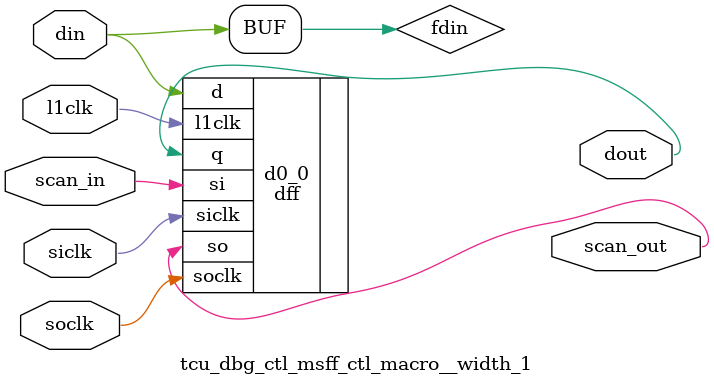
<source format=v>
module tcu_dbg_ctl (
  scan_in, 
  tcu_int_se, 
  tcu_int_aclk, 
  tcu_int_bclk, 
  tcu_int_ce, 
  tcu_pce_ov, 
  l2clk, 
  scan_out, 
  cmp_io_sync_en_local, 
  io_cmp_sync_en_local, 
  cmp_io2x_sync_en_local, 
  spc_hstop_req, 
  spc_sstop_req, 
  spc_tp, 
  reset_event, 
  spc_crstat, 
  spc_crs, 
  spc_ss_comp, 
  doss_stat, 
  tcu_ss_request, 
  ssreq_upd_sync, 
  tcu_ss_mode, 
  tcu_do_mode, 
  dbg1_tcu_soc_hard_stop, 
  dbg1_tcu_soc_asrt_trigout, 
  trigout_pulse, 
  mio_tcu_trigin, 
  cycle_stretch, 
  mbist_clk_stop_req, 
  mbist_clk_stop, 
  jtag_clock_start, 
  jtscan_off, 
  cyc_count, 
  cyc_count_upd_sync, 
  tcudcr_data, 
  tcudcr_upd_sync, 
  decnt_data, 
  decnt_upd_sync, 
  core_sel, 
  core_sel_upd_sync, 
  spc_doss_enab, 
  doss_mode, 
  doss_enab, 
  csmode, 
  csmode_upd_sync, 
  cs_mode, 
  cs_mode_active, 
  jtagclkstop_ov, 
  de_count, 
  cycle_count, 
  tcu_dcr, 
  debug_cycle_counter_stop, 
  clock_domain_data, 
  dbg_upd_clock_domain, 
  tcu_dcr_en, 
  spc_ss_mode, 
  spc_ss_sel, 
  dbg_creg_access, 
  dbg_creg_addr, 
  dbg_creg_data, 
  dbg_creg_wr_en, 
  dbg_creg_addr_en, 
  dbg_creg_data_en, 
  ucb_csr_wr_sync, 
  ucb_csr_addr, 
  ucb_data_out);
wire l1en;
wire pce_ov;
wire stop;
wire se;
wire siclk;
wire soclk;
wire l1clk;
wire ucb_sel_cycle_count;
wire ucb_sel_dcr;
wire ucb_sel_trigout;
wire ucb_sel_dec;
wire ucb_wr_cycle_count;
wire ucb_wr_dcr;
wire ucb_wr_trigout;
wire ucb_wr_dec;
wire dbg_cyccnt_reg_scanin;
wire dbg_cyccnt_reg_scanout;
wire [63:0] next_cycle_count;
wire cycle_count_dec;
wire xxxrst_count_dec;
wire cycxxx_count_dec;
wire [63:0] cycxxx_count;
wire cycle_count_begin;
wire de_count_stop;
wire dbg_evnt_hld;
wire do_mode_active;
wire cycle_count_stop;
wire cycrst_count_beg;
wire reset_count_stop;
wire dbg_tcudcr_reg_scanin;
wire dbg_tcudcr_reg_scanout;
wire [3:0] next_tcu_dcr;
wire sstop_all_spcs;
wire dbg_decnt_reg_scanin;
wire dbg_decnt_reg_scanout;
wire [31:0] next_de_count;
wire de_count_dec;
wire de_count_begin;
wire dbg_event_active;
wire soc_hs_active;
wire soc_hard_stop;
wire trigin_sync;
wire spc_hs_active;
wire spc_ss_active;
wire spc_tp_active;
wire dbg1_tcu_soc_asrt_trigout_sync;
wire dbg_eventhold_reg_scanin;
wire dbg_eventhold_reg_scanout;
wire evnt_hld_en;
wire [3:0] dbg_event;
wire [3:0] dbg_event_hold;
wire jtag_clock_start_sync;
wire soc_hs_hold;
wire spc_tp_hold;
wire spc_hs_hold;
wire spc_ss_hold;
wire dbg_sshold_reg_scanin;
wire dbg_sshold_reg_scanout;
wire ss_evnt_hld_en;
wire [7:0] spc_sstop_din;
wire [7:0] ss_hold;
wire ss_hold_active;
wire [7:0] spc_sstop_qual;
wire [7:0] spc_clk_dom;
wire cntrs_stopped;
wire crstat_ss_vld;
wire tcu_dcr_one;
wire tcu_dcr_three;
wire tcu_dcr_two;
wire rst_evnt_trigger;
wire rst_evnt_trigger_2nd;
wire dbg_trigout_reg_scanin;
wire dbg_trigout_reg_scanout;
wire trigout;
wire trigout_q;
wire trigout2;
wire trigout2_q;
wire trigout_qq;
wire trigout2_qq;
wire [63:0] core_run;
wire [63:0] do_core_run;
wire dbg_creg_access_din;
wire dbg_creg_ad_enab;
wire dbg_creg_wr_enab;
wire dbg_cregreq_reg_scanin;
wire dbg_cregreq_reg_scanout;
wire dbg_creg_ad_enab_q;
wire dbg_creg_wr_enab_q;
wire dbg_cregreqb_reg_scanin;
wire dbg_cregreqb_reg_scanout;
wire dbg_creg_ad_enab_qq;
wire dbg_creg_wr_enab_qq;
wire dbg_creg_access_reg_scanin;
wire dbg_creg_access_reg_scanout;
wire [63:0] do_park;
wire [7:0] spc_dolap_enab;
wire [63:0] do_unpark;
wire ss_mode_active;
wire [7:0] spc_sstep_enab;
wire [7:0] singstep_mode;
wire dbg_ssupd_reg_scanin;
wire dbg_ssupd_reg_scanout;
wire ss_request;
wire ss_request_pulse;
wire [7:0] singstep_request;
wire dbg_ssmode_reg_scanin;
wire dbg_ssmode_reg_scanout;
wire dbg_ssreq_reg_scanin;
wire dbg_ssreq_reg_scanout;
wire [7:0] disbolap_mode;
wire dbg_domode_reg_scanin;
wire dbg_domode_reg_scanout;
wire dbg_cstep_reg_scanin;
wire dbg_cstep_reg_scanout;
wire next_cs_mode;
wire dbg_sochs_sync_reg_scanin;
wire dbg_sochs_sync_reg_scanout;
wire sochs_en;
wire dbg_trigreq_sync_reg_scanin;
wire dbg_trigreq_sync_reg_scanout;
wire trigreq_en;
wire dbg_trigin_sync_reg_scanin;
wire dbg_trigin_sync_reg_scanout;
wire mio_tcu_trigin_mission;
wire dbg_clkst_sync_reg_scanin;
wire dbg_clkst_sync_reg_scanout;

    
   // Scan Control
   input 	 scan_in;
   input         tcu_int_se;
   input         tcu_int_aclk;
   input 	 tcu_int_bclk;
   input         tcu_int_ce;
   input         tcu_pce_ov;
   input 	 l2clk;
   output 	 scan_out;
   // Synchronizer
   input 	 cmp_io_sync_en_local;
   input 	 io_cmp_sync_en_local;
   input         cmp_io2x_sync_en_local;

   // Debug Event Requests from SPC Cores
   input [7:0]	 spc_hstop_req;
   input [7:0] 	 spc_sstop_req;
   input [7:0] 	 spc_tp;
   // End of POR as a Debug Event Request
   input         reset_event;

   // Core_running Status
   input [7:0] 	 spc_crstat;
   input [63:0]  spc_crs;
   input [7:0] 	 spc_ss_comp; // single-step complete

   // Disable Overlap & Single-Step
   output [7:0]	 doss_stat;      // to jtag
   output [7:0]  tcu_ss_request;
   input 	 ssreq_upd_sync; // from jtag
   output [7:0]  tcu_ss_mode;    // single-step
   output [7:0]  tcu_do_mode;    // Disable Overlap
   
   // Hard Stop from SOC
   input 	 dbg1_tcu_soc_hard_stop;
   
   // Watchpoint Trigger
   input 	 dbg1_tcu_soc_asrt_trigout;
   output 	 trigout_pulse;  // to TRIGOUT package pin

   // Trigger Input from Pin
   input         mio_tcu_trigin;

   // Cycle stretch
   output        cycle_stretch;

   // MBIST Clock Stop
   input         mbist_clk_stop_req;
   output        mbist_clk_stop;

   // From JTAG
   input 	 jtag_clock_start;
   
   input         jtscan_off;
   input [63:0]  cyc_count;
   input 	 cyc_count_upd_sync;
   input [3:0] 	 tcudcr_data;
   input 	 tcudcr_upd_sync;
   input [31:0]  decnt_data;
   input 	 decnt_upd_sync;
   input [7:0] 	 core_sel;
   input 	 core_sel_upd_sync;
   
   input [7:0] 	 spc_doss_enab;
   input [1:0] 	 doss_mode;
   input [63:0]  doss_enab;

   input 	 csmode;
   input 	 csmode_upd_sync;
   output 	 cs_mode;
   output 	 cs_mode_active;
   output        jtagclkstop_ov;

   // To JTAG
   output [31:0] de_count;
   output [63:0] cycle_count;
   output [3:0]  tcu_dcr;

   // To Clock Sequencer
   output 	 debug_cycle_counter_stop;
   output [23:0] clock_domain_data;
   output        dbg_upd_clock_domain;
   output 	 tcu_dcr_en; // bit[2]
   output 	 spc_ss_mode; // soft-stop
   output [7:0]  spc_ss_sel;

   // To UCB Control
   output 	 dbg_creg_access;  
   output [39:0] dbg_creg_addr;    
   output [63:0] dbg_creg_data;    
   output 	 dbg_creg_wr_en;   
   output 	 dbg_creg_addr_en; 
   output 	 dbg_creg_data_en;

	// CSR (mbist_ctl)
   input         ucb_csr_wr_sync;
   input [5:0]   ucb_csr_addr;
   input [63:0]  ucb_data_out;

   // Scan reassigns
   assign 	 l1en   = tcu_int_ce; // 1'b1; 
   assign 	 pce_ov = tcu_pce_ov; // 1'b1; 
   assign 	 stop   = 1'b0;
   assign 	 se     = tcu_int_se;
   assign 	 siclk  = tcu_int_aclk;
   assign 	 soclk  = tcu_int_bclk;   
   // clock header
   tcu_dbg_ctl_l1clkhdr_ctl_macro dbgctl_clkgen 
     (
      .l2clk  (l2clk   ),
      .l1clk  (l1clk   ),
  .l1en(l1en),
  .pce_ov(pce_ov),
  .stop(stop),
  .se(se)
      );

   assign ucb_sel_cycle_count = (ucb_csr_addr == 6'h20);
   assign ucb_sel_dcr         = (ucb_csr_addr == 6'h21);
   assign ucb_sel_trigout     = (ucb_csr_addr == 6'h22);
   assign ucb_sel_dec         = (ucb_csr_addr == 6'h23);

   assign ucb_wr_cycle_count = ucb_csr_wr_sync && ucb_sel_cycle_count;
   assign ucb_wr_dcr         = ucb_csr_wr_sync && ucb_sel_dcr;
   assign ucb_wr_trigout     = ucb_csr_wr_sync && ucb_sel_trigout;
   assign ucb_wr_dec         = ucb_csr_wr_sync && ucb_sel_dec;

   //// Synchronizer Pulse from cluster header
   //   msff_ctl_macro dbg_cmpiosync_reg (width=3)
   //( 
   //  .scan_in(dbg_cmpiosync_reg_scanin),
   //  .scan_out(dbg_cmpiosync_reg_scanout),
   //  .l1clk    (l1clk),
   //  .din      ({cmp_io_sync_en,       io_cmp_sync_en,       cmp_io2x_sync_en}), 
   //  .dout     ({cmp_io_sync_en_local, io_cmp_sync_en_local, cmp_io2x_sync_en_local})
   //  );
   
   //********************************************************************
   // Cycle Counter
   //********************************************************************
   // 64-bit for non-reset event; tcu_dcr[2]==1 ==> 2 32-bit counters
   //  where upper word is cycle counter, lower word is reset counter
   // When tcu_dcr[2]==0, cycle counter waits until debug events counter
   //  reaches zero
   
   tcu_dbg_ctl_msff_ctl_macro__width_64 dbg_cyccnt_reg 
   ( 
     .scan_in(dbg_cyccnt_reg_scanin),
     .scan_out(dbg_cyccnt_reg_scanout),
     .l1clk    (l1clk),
     .din      (next_cycle_count[63:0]), 
     .dout     (cycle_count[63:0]),
  .siclk(siclk),
  .soclk(soclk)
     );
   assign   next_cycle_count[63:0] =  cycle_count_dec    ? (cycle_count[63:0] - 64'b1)
                                   :  xxxrst_count_dec   ? (cycle_count[63:0] - 64'b1)
                                   :  cycxxx_count_dec   ?  cycxxx_count[63:0]
                                   :  cyc_count_upd_sync ?  cyc_count[63:0]
                                   :  ucb_wr_cycle_count ?  ucb_data_out[63:0]
                                   :  cycle_count[63:0];

   assign   cycle_count_begin = ~tcu_dcr_en        
                              & ((de_count_stop    &  dbg_evnt_hld)   | do_mode_active | cs_mode 
                                                                      | mbist_clk_stop_req);
   assign   cycle_count_dec   =  cycle_count_begin & ~cycle_count_stop;
   assign   cycle_count_stop  = (cycle_count[63:0] == 64'b0);

   assign   cycrst_count_beg  =  tcu_dcr_en        &  reset_event;
   assign   xxxrst_count_dec  =  cycrst_count_beg  & ~reset_count_stop;
   assign   cycxxx_count_dec  =  cycrst_count_beg  &  reset_count_stop & ~cycle_count_stop;
   assign   reset_count_stop  = (cycle_count[31:0] == 32'b0);

   assign   cycxxx_count[63:0] = (cycle_count[63:0] - 64'b1) & 64'hFFFFFFFF00000000;
   //assign   cc_gt_f            = |cycle_count[63:4];

   //********************************************************************
   // TCU DCR: Debug event Control Register
   //********************************************************************
   // 4 bits; [2] makes Cycle Counter operate as Cycle[63:32]/Reset[31:0]
   // Counter and enables End-of-POR-Sequence as a debug event
   // bit[3] enables all spc's to be softstopped if any requests a sstop
   
   tcu_dbg_ctl_msff_ctl_macro__width_4 dbg_tcudcr_reg 
   ( 
     .scan_in(dbg_tcudcr_reg_scanin),
     .scan_out(dbg_tcudcr_reg_scanout),
     .l1clk    (l1clk),
     .din      (next_tcu_dcr[3:0]), 
     .dout     (tcu_dcr[3:0]),
  .siclk(siclk),
  .soclk(soclk)
     );
   assign   next_tcu_dcr[3:0] = tcudcr_upd_sync ? tcudcr_data[3:0]
                              : ucb_wr_dcr      ? ucb_data_out[3:0]
                              : tcu_dcr[3:0];

   assign   tcu_dcr_en     = tcu_dcr[2];
   assign   sstop_all_spcs = tcu_dcr[3] & ~tcu_dcr[2];
   
   //********************************************************************
   // Debug Events Counter
   //********************************************************************
   // Counts Debug Events: decrements until zero
   // enabled if tcu_dcr[2]=0
   
   tcu_dbg_ctl_msff_ctl_macro__width_32 dbg_decnt_reg 
   ( 
     .scan_in(dbg_decnt_reg_scanin),
     .scan_out(dbg_decnt_reg_scanout),
     .l1clk    (l1clk),
     .din      (next_de_count[31:0]), 
     .dout     (de_count[31:0]),
  .siclk(siclk),
  .soclk(soclk)
     );
   assign   next_de_count[31:0] =  de_count_dec ? (de_count[31:0] - 32'b1)
                                :  decnt_upd_sync ? decnt_data[31:0]
                                :  ucb_wr_dec ? ucb_data_out[31:0]
                                :  de_count[31:0];
   
   // counter stops after reaching 0
   assign   de_count_dec   =  (de_count_begin & dbg_event_active) 
            	           & ~(de_count_stop);

   assign   de_count_begin = ~tcu_dcr_en;
   assign   de_count_stop  = (de_count[31:0] == 32'b0)  |  tcu_dcr_en;
   
   //********************************************************************
   // Detect Edge of Any Debug Request and Hold the Request (from spc/soc)
   //********************************************************************
   // Only after all debug events have been counted per de_counter
   assign   soc_hs_active            =  soc_hard_stop      |  trigin_sync;
   assign   spc_hs_active            = |spc_hstop_req[7:0];
   assign   spc_ss_active            = |spc_sstop_req[7:0];
   assign   spc_tp_active            = |spc_tp[7:0] | dbg1_tcu_soc_asrt_trigout_sync;

   tcu_dbg_ctl_msff_ctl_macro__en_1__width_4 dbg_eventhold_reg 
   ( 
     .scan_in(dbg_eventhold_reg_scanin),
     .scan_out(dbg_eventhold_reg_scanout),
     .l1clk    (l1clk),
     .en       (evnt_hld_en),
     .din      (dbg_event[3:0]), 
     .dout     (dbg_event_hold[3:0]),
  .siclk(siclk),
  .soclk(soclk)
     );
   assign   dbg_event[3:0]   = {soc_hs_active,spc_tp_active,spc_hs_active,spc_ss_active};
   assign   dbg_evnt_hld     = |dbg_event_hold[3:0];
   assign   evnt_hld_en      = (de_count_stop & ~dbg_evnt_hld) | jtag_clock_start_sync;

   assign   soc_hs_hold      =  dbg_event_hold[3];
   assign   spc_tp_hold      =  dbg_event_hold[2];
   assign   spc_hs_hold      =  dbg_event_hold[1];
   assign   spc_ss_hold      =  dbg_event_hold[0];
   assign   dbg_event_active = |dbg_event[3:0];

   //********************************************************************
   // Detect Edge of Soft Stop Debug Request and Hold It 
   //********************************************************************
   // This doubles as core select reg for JTAG

   tcu_dbg_ctl_msff_ctl_macro__en_1__width_8 dbg_sshold_reg 
   ( 
     .scan_in(dbg_sshold_reg_scanin),
     .scan_out(dbg_sshold_reg_scanout),
     .l1clk    (l1clk),
     .en       (ss_evnt_hld_en),
     .din      (spc_sstop_din[7:0]), 
     .dout     (ss_hold[7:0]),
  .siclk(siclk),
  .soclk(soclk)
     );
   assign   ss_hold_active     = ~(|ss_hold[7:0]) & de_count_stop;
   assign   ss_evnt_hld_en     = (ss_hold_active | core_sel_upd_sync) | jtag_clock_start_sync;
   assign   spc_sstop_qual[7:0]= {8{sstop_all_spcs & spc_ss_active}}  |  spc_sstop_req[7:0];
   assign   spc_sstop_din[7:0] =  core_sel_upd_sync ? core_sel[7:0] : spc_sstop_qual[7:0]; 
 //assign   spc_sstop_din[7:0] =  core_sel_upd_sync ? core_sel[7:0] : spc_sstop_req[7:0]; 
   
   //********************************************************************
   // Interface to Clock Sequencer
   //********************************************************************

   // Soft Stop - only stop clocks to target SPC cores
   // Start with SPC0 
   assign   spc_ss_mode              =  spc_ss_hold;
   assign   spc_ss_sel[7:0]          =  ss_hold[7:0];

   // Hard Stop - stop all clocks, start with target SPC core or SOC0
   assign   clock_domain_data[23:8]  =  soc_hs_active ? 16'b1  :  16'b0;
   assign   spc_clk_dom[7:0]         =  spc_hs_active ? spc_hstop_req[7:0]
                                     :  spc_ss_active ? 8'b1 // start w/spc0
                                     :  8'b0;
    
   assign   clock_domain_data[7:0]   =  spc_clk_dom[7:0];
   
   assign   dbg_upd_clock_domain     = ~tcu_dcr_en    &  evnt_hld_en 
                                     & (soc_hs_active | spc_hs_active | spc_ss_active); 
   //assign   dbg_upd_clock_domain     = ~tcu_dcr_en    & dbg_evnt_hld;
   assign   cntrs_stopped            =  de_count_stop & cycle_count_stop & ~tcu_dcr_en;
   
   assign   debug_cycle_counter_stop =  cntrs_stopped  & ( spc_hs_hold | soc_hs_hold
                                        | (spc_ss_hold & crstat_ss_vld))
                                     | (reset_count_stop
                                        & reset_event & tcu_dcr_one)
                                     | (cycle_count_stop 
                                        & reset_event & tcu_dcr_three) ;

   assign   mbist_clk_stop           =  cycle_count_stop & ~tcu_dcr_en &  mbist_clk_stop_req;

   //********************************************************************
   // End of Reset Sequence as an Event
   //********************************************************************
   assign   tcu_dcr_one              =  tcu_dcr[2:0]==3'b101;
   assign   tcu_dcr_two              =  tcu_dcr[2:0]==3'b110;
   assign   tcu_dcr_three            = &tcu_dcr[2:0];
  
   assign   rst_evnt_trigger         =  reset_count_stop & tcu_dcr_en   &  reset_event; 
   assign   rst_evnt_trigger_2nd     =  cycle_count_stop & tcu_dcr_three &  reset_event;
   assign   cycle_stretch            =  reset_count_stop & (tcu_dcr_two | tcu_dcr_three) & reset_event;

   //********************************************************************
   // Trigger Pulse
   //********************************************************************
   // Send pulse to TRIGOUT package pin, in io_clk domain
   
   tcu_dbg_ctl_msff_ctl_macro__en_1__width_4 dbg_trigout_reg 
   ( 
     .scan_in(dbg_trigout_reg_scanin),
     .scan_out(dbg_trigout_reg_scanout),
     .l1clk    (l1clk),
     .en       (cmp_io2x_sync_en_local),
     .din      ({trigout,  trigout_q,   trigout2,   trigout2_q }), 
     .dout     ({trigout_q,trigout_qq,  trigout2_q, trigout2_qq}),
  .siclk(siclk),
  .soclk(soclk)
     );

   assign   trigout             = ucb_wr_trigout | rst_evnt_trigger | (cntrs_stopped  &  spc_tp_hold);
                                //|  dbg1_tcu_soc_asrt_trigout_sync;
   assign   trigout2            =  rst_evnt_trigger_2nd;
   assign   trigout_pulse       = (trigout_q        & ~trigout_qq) |
                                  (trigout2_q       & ~trigout2_qq);
   
   //********************************************************************
   // Core Parking and Run Status Detection
   //********************************************************************
   // Send request to NCU to park targeted SPC Core(s) for Soft-stop or Disable Overlap

   // Generate data for parking cores for soft stop
   assign   core_run[7:0]   = ~ss_hold[0]  ?    spc_crs[7:0]   : 8'b0;
   assign   core_run[15:8]  = ~ss_hold[1]  ?    spc_crs[15:8]  : 8'b0;
   assign   core_run[23:16] = ~ss_hold[2]  ?    spc_crs[23:16] : 8'b0;
   assign   core_run[31:24] = ~ss_hold[3]  ?    spc_crs[31:24] : 8'b0;
   assign   core_run[39:32] = ~ss_hold[4]  ?    spc_crs[39:32] : 8'b0;
   assign   core_run[47:40] = ~ss_hold[5]  ?    spc_crs[47:40] : 8'b0;
   assign   core_run[55:48] = ~ss_hold[6]  ?    spc_crs[55:48] : 8'b0;
   assign   core_run[63:56] = ~ss_hold[7]  ?    spc_crs[63:56] : 8'b0;

   // Generate Core Run Address & Data to send over UCB to NCU; this is to
   //  park cores that should be soft-stopped
   assign   dbg_creg_data[63:0] =  spc_ss_hold ?  core_run[63:0]  :  do_core_run[63:0];
   assign   dbg_creg_addr[39:0] =  40'h9001040050;

   // Tells ucb to use dbg signals instead of jtag signals
   assign   dbg_creg_access_din     = (spc_ss_hold & ~tcu_dcr_en)   |  do_mode_active;
   
   // Send addr/data 'enables' to ucb as one pulse synch'd to io clk domain
   assign   dbg_creg_ad_enab    = (spc_ss_hold & ~tcu_dcr_en)   | (do_mode_active & cycle_count_dec); // & ~cc_gt_f);
   assign   dbg_creg_wr_enab    = (spc_ss_hold & cntrs_stopped) | (do_mode_active & cycle_count_dec); // & ~cc_gt_f);
   
   tcu_dbg_ctl_msff_ctl_macro__en_1__width_2 dbg_cregreq_reg 
   ( 
     .scan_in(dbg_cregreq_reg_scanin),
     .scan_out(dbg_cregreq_reg_scanout),
     .l1clk    (l1clk),
     .en       (cmp_io_sync_en_local),
     .din      ({dbg_creg_ad_enab,dbg_creg_wr_enab}), 
     .dout     ({dbg_creg_ad_enab_q,dbg_creg_wr_enab_q}),
  .siclk(siclk),
  .soclk(soclk)
     );
   tcu_dbg_ctl_msff_ctl_macro__en_1__width_2 dbg_cregreqb_reg 
   ( 
     .scan_in(dbg_cregreqb_reg_scanin),
     .scan_out(dbg_cregreqb_reg_scanout),
     .l1clk    (l1clk),
     .en       (cmp_io_sync_en_local),
     .din      ({dbg_creg_ad_enab_q,dbg_creg_wr_enab_q}), 
     .dout     ({dbg_creg_ad_enab_qq,dbg_creg_wr_enab_qq}),
  .siclk(siclk),
  .soclk(soclk)
     );

   tcu_dbg_ctl_msff_ctl_macro__en_1__width_1 dbg_creg_access_reg  ( 
      .scan_in  ( dbg_creg_access_reg_scanin  ),
      .scan_out ( dbg_creg_access_reg_scanout ),
      .l1clk    ( l1clk                       ),
      .en       ( cmp_io_sync_en_local        ),
      .din      ( dbg_creg_access_din         ),
      .dout     ( dbg_creg_access             ),
  .siclk(siclk),
  .soclk(soclk));

   assign   dbg_creg_data_en    =   dbg_creg_ad_enab_q   & ~dbg_creg_ad_enab_qq
                                | (~dbg_creg_ad_enab_q   &  dbg_creg_ad_enab_qq  & do_mode_active);
   assign   dbg_creg_wr_en      =   dbg_creg_wr_enab_q   & ~dbg_creg_wr_enab_qq
                                | (~dbg_creg_wr_enab_q   &  dbg_creg_wr_enab_qq  & do_mode_active);
   assign   dbg_creg_addr_en    = dbg_creg_data_en;

   // This signal is set when targeted cores say they are parked via Core_Run_Status
   assign   crstat_ss_vld = (~ss_hold[0] | (ss_hold[0] & ~spc_crstat[0]))
                          & (~ss_hold[1] | (ss_hold[1] & ~spc_crstat[1]))
                          & (~ss_hold[2] | (ss_hold[2] & ~spc_crstat[2]))
                          & (~ss_hold[3] | (ss_hold[3] & ~spc_crstat[3]))
                          & (~ss_hold[4] | (ss_hold[4] & ~spc_crstat[4]))
                          & (~ss_hold[5] | (ss_hold[5] & ~spc_crstat[5]))
                          & (~ss_hold[6] | (ss_hold[6] & ~spc_crstat[6]))
                          & (~ss_hold[7] | (ss_hold[7] & ~spc_crstat[7]));

   // Generate data for parking cores for disable overlap

   assign   do_park[7:0]     = ~spc_dolap_enab[0]  ?  spc_crs[7:0]   : 8'b0;
   assign   do_park[15:8]    = ~spc_dolap_enab[1]  ?  spc_crs[15:8]  : 8'b0;
   assign   do_park[23:16]   = ~spc_dolap_enab[2]  ?  spc_crs[23:16] : 8'b0;
   assign   do_park[31:24]   = ~spc_dolap_enab[3]  ?  spc_crs[31:24] : 8'b0;
   assign   do_park[39:32]   = ~spc_dolap_enab[4]  ?  spc_crs[39:32] : 8'b0;
   assign   do_park[47:40]   = ~spc_dolap_enab[5]  ?  spc_crs[47:40] : 8'b0;
   assign   do_park[55:48]   = ~spc_dolap_enab[6]  ?  spc_crs[55:48] : 8'b0;
   assign   do_park[63:56]   = ~spc_dolap_enab[7]  ?  spc_crs[63:56] : 8'b0;

   assign   do_unpark[7:0]   = ~spc_dolap_enab[0]  ?  spc_crs[7:0]   : doss_enab[7:0];
   assign   do_unpark[15:8]  = ~spc_dolap_enab[1]  ?  spc_crs[15:8]  : doss_enab[15:8];
   assign   do_unpark[23:16] = ~spc_dolap_enab[2]  ?  spc_crs[23:16] : doss_enab[23:16];
   assign   do_unpark[31:24] = ~spc_dolap_enab[3]  ?  spc_crs[31:24] : doss_enab[31:24];
   assign   do_unpark[39:32] = ~spc_dolap_enab[4]  ?  spc_crs[39:32] : doss_enab[39:32];
   assign   do_unpark[47:40] = ~spc_dolap_enab[5]  ?  spc_crs[47:40] : doss_enab[47:40];
   assign   do_unpark[55:48] = ~spc_dolap_enab[6]  ?  spc_crs[55:48] : doss_enab[55:48];
   assign   do_unpark[63:56] = ~spc_dolap_enab[7]  ?  spc_crs[63:56] : doss_enab[63:56];
   
   assign   do_core_run[63:0] = cycle_count_stop  ?  do_park[63:0]: do_unpark[63:0];
   
   //********************************************************************
   // Single Step Mode
   //********************************************************************
   // Detect when all physical cores that should be in single-step mode
   // become parked & send a tcu_ss_mode signal to those cores; only update
   // when core becomes parked; single step does not stop clocks to cores

   assign   ss_mode_active      = &doss_mode[1:0];

   assign   spc_sstep_enab[7:0] =  spc_doss_enab[7:0] & {8{ss_mode_active}};
   
   assign   singstep_mode[0]    = ~spc_crstat[0]      ? spc_sstep_enab[0] : tcu_ss_mode[0];
   assign   singstep_mode[1]    = ~spc_crstat[1]      ? spc_sstep_enab[1] : tcu_ss_mode[1];
   assign   singstep_mode[2]    = ~spc_crstat[2]      ? spc_sstep_enab[2] : tcu_ss_mode[2];
   assign   singstep_mode[3]    = ~spc_crstat[3]      ? spc_sstep_enab[3] : tcu_ss_mode[3];
   assign   singstep_mode[4]    = ~spc_crstat[4]      ? spc_sstep_enab[4] : tcu_ss_mode[4];
   assign   singstep_mode[5]    = ~spc_crstat[5]      ? spc_sstep_enab[5] : tcu_ss_mode[5];
   assign   singstep_mode[6]    = ~spc_crstat[6]      ? spc_sstep_enab[6] : tcu_ss_mode[6];
   assign   singstep_mode[7]    = ~spc_crstat[7]      ? spc_sstep_enab[7] : tcu_ss_mode[7];

   // Create single-step request pulses to target SPC cores
   tcu_dbg_ctl_msff_ctl_macro__en_1__width_1 dbg_ssupd_reg 
   ( 
     .scan_in(dbg_ssupd_reg_scanin),
     .scan_out(dbg_ssupd_reg_scanout),
     .l1clk    (l1clk),
     .en       (ss_mode_active),
     .din      (ssreq_upd_sync), 
     .dout     (ss_request),
  .siclk(siclk),
  .soclk(soclk)
     );

   assign   ss_request_pulse      = ~ss_request         &    ssreq_upd_sync;

   assign   singstep_request[7:0] =  singstep_mode[7:0] & {8{ss_request_pulse}};
   
   // Outputs to SPC Cores for Single Step 
   tcu_dbg_ctl_msff_ctl_macro__en_1__width_8 dbg_ssmode_reg 
   ( 
     .scan_in(dbg_ssmode_reg_scanin),
     .scan_out(dbg_ssmode_reg_scanout),
     .l1clk    (l1clk),
     .en       (io_cmp_sync_en_local),
     .din      (singstep_mode[7:0]), 
     .dout     (tcu_ss_mode[7:0]),
  .siclk(siclk),
  .soclk(soclk)
     );
   tcu_dbg_ctl_msff_ctl_macro__width_8 dbg_ssreq_reg 
   ( 
     .scan_in(dbg_ssreq_reg_scanin),
     .scan_out(dbg_ssreq_reg_scanout),
     .l1clk    (l1clk),
     .din      (singstep_request[7:0]), 
     .dout     (tcu_ss_request[7:0]),
  .siclk(siclk),
  .soclk(soclk)
     );

   //********************************************************************
   // Disable Overlap Mode
   //********************************************************************
   // disable overlap does not stop clocks to cores
   assign   do_mode_active      =  doss_mode[1] & ~doss_mode[0];

   assign   spc_dolap_enab[7:0] =  spc_doss_enab[7:0] & {8{do_mode_active}};
   
   assign   disbolap_mode[0]    = ~spc_crstat[0]      ?  spc_dolap_enab[0]  :  tcu_do_mode[0];
   assign   disbolap_mode[1]    = ~spc_crstat[1]      ?  spc_dolap_enab[1]  :  tcu_do_mode[1];
   assign   disbolap_mode[2]    = ~spc_crstat[2]      ?  spc_dolap_enab[2]  :  tcu_do_mode[2];
   assign   disbolap_mode[3]    = ~spc_crstat[3]      ?  spc_dolap_enab[3]  :  tcu_do_mode[3];
   assign   disbolap_mode[4]    = ~spc_crstat[4]      ?  spc_dolap_enab[4]  :  tcu_do_mode[4];
   assign   disbolap_mode[5]    = ~spc_crstat[5]      ?  spc_dolap_enab[5]  :  tcu_do_mode[5];
   assign   disbolap_mode[6]    = ~spc_crstat[6]      ?  spc_dolap_enab[6]  :  tcu_do_mode[6];
   assign   disbolap_mode[7]    = ~spc_crstat[7]      ?  spc_dolap_enab[7]  :  tcu_do_mode[7];

   // Outputs to SPC Cores for Disable Overlap
   tcu_dbg_ctl_msff_ctl_macro__clr__1__en_1__width_8 dbg_domode_reg 
   ( 
     .scan_in(dbg_domode_reg_scanin),
     .scan_out(dbg_domode_reg_scanout),
     .l1clk    (l1clk),
     .en       (io_cmp_sync_en_local),
     .clr_     (do_mode_active),
     .din      (disbolap_mode[7:0]), 
     .dout     (tcu_do_mode[7:0]),
  .siclk(siclk),
  .soclk(soclk)
     );
   
   // Single-step complete status back to JTAG; spc_ss_comp is spc_single-step_complete
   // Also Disable Overlap Running Status when enabled and counter is done and parked
   assign   doss_stat[0]        = (singstep_mode[0]   &  spc_ss_comp[0])  | (spc_dolap_enab[0]  & ~cycle_count_dec  & ~spc_crstat[0]);
   assign   doss_stat[1]        = (singstep_mode[1]   &  spc_ss_comp[1])  | (spc_dolap_enab[1]  & ~cycle_count_dec  & ~spc_crstat[1]);
   assign   doss_stat[2]        = (singstep_mode[2]   &  spc_ss_comp[2])  | (spc_dolap_enab[2]  & ~cycle_count_dec  & ~spc_crstat[2]);
   assign   doss_stat[3]        = (singstep_mode[3]   &  spc_ss_comp[3])  | (spc_dolap_enab[3]  & ~cycle_count_dec  & ~spc_crstat[3]);
   assign   doss_stat[4]        = (singstep_mode[4]   &  spc_ss_comp[4])  | (spc_dolap_enab[4]  & ~cycle_count_dec  & ~spc_crstat[4]);
   assign   doss_stat[5]        = (singstep_mode[5]   &  spc_ss_comp[5])  | (spc_dolap_enab[5]  & ~cycle_count_dec  & ~spc_crstat[5]);
   assign   doss_stat[6]        = (singstep_mode[6]   &  spc_ss_comp[6])  | (spc_dolap_enab[6]  & ~cycle_count_dec  & ~spc_crstat[6]);
   assign   doss_stat[7]        = (singstep_mode[7]   &  spc_ss_comp[7])  | (spc_dolap_enab[7]  & ~cycle_count_dec  & ~spc_crstat[7]);

   //********************************************************************
   // Cycle Step Mode
   //********************************************************************
   tcu_dbg_ctl_msff_ctl_macro__width_1 dbg_cstep_reg 
   ( 
     .scan_in(dbg_cstep_reg_scanin),
     .scan_out(dbg_cstep_reg_scanout),
     .l1clk    (l1clk),
     .din      (next_cs_mode), 
     .dout     (cs_mode),
  .siclk(siclk),
  .soclk(soclk)
     );

   assign   next_cs_mode   =  csmode_upd_sync ? csmode
                           :  cs_mode;

   assign   cs_mode_active =  cycle_count_stop  &  cs_mode;
   assign   jtagclkstop_ov = ~cycle_count_stop  &  cs_mode; // overrides jtag clk stop

   //********************************************************************
   // SOC Hard Stop  
   //********************************************************************
   // In io_clk domain, synchronize to cmp
   
   tcu_dbg_ctl_msff_ctl_macro__en_1__width_1 dbg_sochs_sync_reg 
   ( 
     .scan_in(dbg_sochs_sync_reg_scanin),
     .scan_out(dbg_sochs_sync_reg_scanout),
     .l1clk    (l1clk),
     .en       (sochs_en),
     .din      (dbg1_tcu_soc_hard_stop), 
     .dout     (soc_hard_stop),
  .siclk(siclk),
  .soclk(soclk)
     );
   assign   sochs_en       =  io_cmp_sync_en_local &  jtscan_off;

   //********************************************************************
   // DBG Generated Trigger Pulse Request
   //********************************************************************
   // From io2x_clk domain, receive with io2x sync enable 
   tcu_dbg_ctl_msff_ctl_macro__en_1__width_1 dbg_trigreq_sync_reg 
   ( 
     .scan_in(dbg_trigreq_sync_reg_scanin),
     .scan_out(dbg_trigreq_sync_reg_scanout),
     .l1clk    (l1clk),
     .en       (trigreq_en),
     .din      (dbg1_tcu_soc_asrt_trigout), 
     .dout     (dbg1_tcu_soc_asrt_trigout_sync),
  .siclk(siclk),
  .soclk(soclk)
     );
   assign   trigreq_en     =  io_cmp_sync_en_local &  jtscan_off;

   //********************************************************************
   // Trigger In Request from Pins
   //********************************************************************
   // Incoming from MIO, asynchronous 
   cl_sc1_clksyncff_4x dbg_trigin_sync_reg
   ( 
     .si     (dbg_trigin_sync_reg_scanin),
     .so      (dbg_trigin_sync_reg_scanout),
     .l1clk    (l1clk),
     .d        (mio_tcu_trigin_mission), 
     .q        (trigin_sync),
  .siclk(siclk),
  .soclk(soclk)
     );
   // once it's set, hold the trigger_in and kick off a hard clock stop
   //  - treat as a pulse, it will get held in other logic
   assign   mio_tcu_trigin_mission = mio_tcu_trigin &  jtscan_off;
   
   // ********************************************************************
   // Synchronizer for JTAG Clock Start, from instr_clock_start
   // ********************************************************************
   // This is so a jtag clock start instruction can turn off the debug event
   //  that is active, thus restarting clocks
   cl_sc1_clksyncff_4x dbg_clkst_sync_reg
     (.si (dbg_clkst_sync_reg_scanin),
      .so (dbg_clkst_sync_reg_scanout),
      .l1clk (l1clk),
      .d     (jtag_clock_start),
      .q     (jtag_clock_start_sync),
  .siclk(siclk),
  .soclk(soclk)
      );

// fixscan start:
//assign dbg_cmpiosync_reg_scanin  = scan_in                  ;
//assign dbg_cyccnt_reg_scanin     = dbg_cmpiosync_reg_scanout;
assign dbg_cyccnt_reg_scanin     = scan_in                  ;
assign dbg_tcudcr_reg_scanin     = dbg_cyccnt_reg_scanout   ;
assign dbg_decnt_reg_scanin      = dbg_tcudcr_reg_scanout   ;
assign dbg_eventhold_reg_scanin  = dbg_decnt_reg_scanout    ;
assign dbg_sshold_reg_scanin     = dbg_eventhold_reg_scanout;
assign dbg_trigout_reg_scanin    = dbg_sshold_reg_scanout   ;
assign dbg_cregreq_reg_scanin    = dbg_trigout_reg_scanout  ;
assign dbg_cregreqb_reg_scanin   = dbg_cregreq_reg_scanout  ;
assign dbg_creg_access_reg_scanin = dbg_cregreqb_reg_scanout;
assign dbg_ssupd_reg_scanin      = dbg_creg_access_reg_scanout;
assign dbg_ssmode_reg_scanin     = dbg_ssupd_reg_scanout    ;
assign dbg_ssreq_reg_scanin      = dbg_ssmode_reg_scanout   ;
assign dbg_domode_reg_scanin     = dbg_ssreq_reg_scanout    ;
assign dbg_cstep_reg_scanin      = dbg_domode_reg_scanout   ;
assign dbg_sochs_sync_reg_scanin = dbg_cstep_reg_scanout    ;
assign dbg_trigreq_sync_reg_scanin = dbg_sochs_sync_reg_scanout;
assign dbg_trigin_sync_reg_scanin = dbg_trigreq_sync_reg_scanout;
assign dbg_clkst_sync_reg_scanin = dbg_trigin_sync_reg_scanout;
assign scan_out                  = dbg_clkst_sync_reg_scanout;
// fixscan end:
endmodule






// any PARAMS parms go into naming of macro

module tcu_dbg_ctl_l1clkhdr_ctl_macro (
  l2clk, 
  l1en, 
  pce_ov, 
  stop, 
  se, 
  l1clk);


  input l2clk;
  input l1en;
  input pce_ov;
  input stop;
  input se;
  output l1clk;



 

cl_sc1_l1hdr_8x c_0 (


   .l2clk(l2clk),
   .pce(l1en),
   .l1clk(l1clk),
  .se(se),
  .pce_ov(pce_ov),
  .stop(stop)
);



endmodule













// any PARAMS parms go into naming of macro

module tcu_dbg_ctl_msff_ctl_macro__width_64 (
  din, 
  l1clk, 
  scan_in, 
  siclk, 
  soclk, 
  dout, 
  scan_out);
wire [63:0] fdin;
wire [62:0] so;

  input [63:0] din;
  input l1clk;
  input scan_in;


  input siclk;
  input soclk;

  output [63:0] dout;
  output scan_out;
assign fdin[63:0] = din[63:0];






dff #(64)  d0_0 (
.l1clk(l1clk),
.siclk(siclk),
.soclk(soclk),
.d(fdin[63:0]),
.si({scan_in,so[62:0]}),
.so({so[62:0],scan_out}),
.q(dout[63:0])
);












endmodule













// any PARAMS parms go into naming of macro

module tcu_dbg_ctl_msff_ctl_macro__width_4 (
  din, 
  l1clk, 
  scan_in, 
  siclk, 
  soclk, 
  dout, 
  scan_out);
wire [3:0] fdin;
wire [2:0] so;

  input [3:0] din;
  input l1clk;
  input scan_in;


  input siclk;
  input soclk;

  output [3:0] dout;
  output scan_out;
assign fdin[3:0] = din[3:0];






dff #(4)  d0_0 (
.l1clk(l1clk),
.siclk(siclk),
.soclk(soclk),
.d(fdin[3:0]),
.si({scan_in,so[2:0]}),
.so({so[2:0],scan_out}),
.q(dout[3:0])
);












endmodule













// any PARAMS parms go into naming of macro

module tcu_dbg_ctl_msff_ctl_macro__width_32 (
  din, 
  l1clk, 
  scan_in, 
  siclk, 
  soclk, 
  dout, 
  scan_out);
wire [31:0] fdin;
wire [30:0] so;

  input [31:0] din;
  input l1clk;
  input scan_in;


  input siclk;
  input soclk;

  output [31:0] dout;
  output scan_out;
assign fdin[31:0] = din[31:0];






dff #(32)  d0_0 (
.l1clk(l1clk),
.siclk(siclk),
.soclk(soclk),
.d(fdin[31:0]),
.si({scan_in,so[30:0]}),
.so({so[30:0],scan_out}),
.q(dout[31:0])
);












endmodule













// any PARAMS parms go into naming of macro

module tcu_dbg_ctl_msff_ctl_macro__en_1__width_4 (
  din, 
  en, 
  l1clk, 
  scan_in, 
  siclk, 
  soclk, 
  dout, 
  scan_out);
wire [3:0] fdin;
wire [2:0] so;

  input [3:0] din;
  input en;
  input l1clk;
  input scan_in;


  input siclk;
  input soclk;

  output [3:0] dout;
  output scan_out;
assign fdin[3:0] = (din[3:0] & {4{en}}) | (dout[3:0] & ~{4{en}});






dff #(4)  d0_0 (
.l1clk(l1clk),
.siclk(siclk),
.soclk(soclk),
.d(fdin[3:0]),
.si({scan_in,so[2:0]}),
.so({so[2:0],scan_out}),
.q(dout[3:0])
);












endmodule













// any PARAMS parms go into naming of macro

module tcu_dbg_ctl_msff_ctl_macro__en_1__width_8 (
  din, 
  en, 
  l1clk, 
  scan_in, 
  siclk, 
  soclk, 
  dout, 
  scan_out);
wire [7:0] fdin;
wire [6:0] so;

  input [7:0] din;
  input en;
  input l1clk;
  input scan_in;


  input siclk;
  input soclk;

  output [7:0] dout;
  output scan_out;
assign fdin[7:0] = (din[7:0] & {8{en}}) | (dout[7:0] & ~{8{en}});






dff #(8)  d0_0 (
.l1clk(l1clk),
.siclk(siclk),
.soclk(soclk),
.d(fdin[7:0]),
.si({scan_in,so[6:0]}),
.so({so[6:0],scan_out}),
.q(dout[7:0])
);












endmodule













// any PARAMS parms go into naming of macro

module tcu_dbg_ctl_msff_ctl_macro__en_1__width_2 (
  din, 
  en, 
  l1clk, 
  scan_in, 
  siclk, 
  soclk, 
  dout, 
  scan_out);
wire [1:0] fdin;
wire [0:0] so;

  input [1:0] din;
  input en;
  input l1clk;
  input scan_in;


  input siclk;
  input soclk;

  output [1:0] dout;
  output scan_out;
assign fdin[1:0] = (din[1:0] & {2{en}}) | (dout[1:0] & ~{2{en}});






dff #(2)  d0_0 (
.l1clk(l1clk),
.siclk(siclk),
.soclk(soclk),
.d(fdin[1:0]),
.si({scan_in,so[0:0]}),
.so({so[0:0],scan_out}),
.q(dout[1:0])
);












endmodule













// any PARAMS parms go into naming of macro

module tcu_dbg_ctl_msff_ctl_macro__en_1__width_1 (
  din, 
  en, 
  l1clk, 
  scan_in, 
  siclk, 
  soclk, 
  dout, 
  scan_out);
wire [0:0] fdin;

  input [0:0] din;
  input en;
  input l1clk;
  input scan_in;


  input siclk;
  input soclk;

  output [0:0] dout;
  output scan_out;
assign fdin[0:0] = (din[0:0] & {1{en}}) | (dout[0:0] & ~{1{en}});






dff #(1)  d0_0 (
.l1clk(l1clk),
.siclk(siclk),
.soclk(soclk),
.d(fdin[0:0]),
.si(scan_in),
.so(scan_out),
.q(dout[0:0])
);












endmodule













// any PARAMS parms go into naming of macro

module tcu_dbg_ctl_msff_ctl_macro__width_8 (
  din, 
  l1clk, 
  scan_in, 
  siclk, 
  soclk, 
  dout, 
  scan_out);
wire [7:0] fdin;
wire [6:0] so;

  input [7:0] din;
  input l1clk;
  input scan_in;


  input siclk;
  input soclk;

  output [7:0] dout;
  output scan_out;
assign fdin[7:0] = din[7:0];






dff #(8)  d0_0 (
.l1clk(l1clk),
.siclk(siclk),
.soclk(soclk),
.d(fdin[7:0]),
.si({scan_in,so[6:0]}),
.so({so[6:0],scan_out}),
.q(dout[7:0])
);












endmodule













// any PARAMS parms go into naming of macro

module tcu_dbg_ctl_msff_ctl_macro__clr__1__en_1__width_8 (
  din, 
  en, 
  clr_, 
  l1clk, 
  scan_in, 
  siclk, 
  soclk, 
  dout, 
  scan_out);
wire [7:0] fdin;
wire [6:0] so;

  input [7:0] din;
  input en;
  input clr_;
  input l1clk;
  input scan_in;


  input siclk;
  input soclk;

  output [7:0] dout;
  output scan_out;
assign fdin[7:0] = (din[7:0] & {8{en}} & ~{8{(~clr_)}}) | (dout[7:0] & ~{8{en}} & ~{8{(~clr_)}});






dff #(8)  d0_0 (
.l1clk(l1clk),
.siclk(siclk),
.soclk(soclk),
.d(fdin[7:0]),
.si({scan_in,so[6:0]}),
.so({so[6:0],scan_out}),
.q(dout[7:0])
);












endmodule













// any PARAMS parms go into naming of macro

module tcu_dbg_ctl_msff_ctl_macro__width_1 (
  din, 
  l1clk, 
  scan_in, 
  siclk, 
  soclk, 
  dout, 
  scan_out);
wire [0:0] fdin;

  input [0:0] din;
  input l1clk;
  input scan_in;


  input siclk;
  input soclk;

  output [0:0] dout;
  output scan_out;
assign fdin[0:0] = din[0:0];






dff #(1)  d0_0 (
.l1clk(l1clk),
.siclk(siclk),
.soclk(soclk),
.d(fdin[0:0]),
.si(scan_in),
.so(scan_out),
.q(dout[0:0])
);












endmodule









</source>
